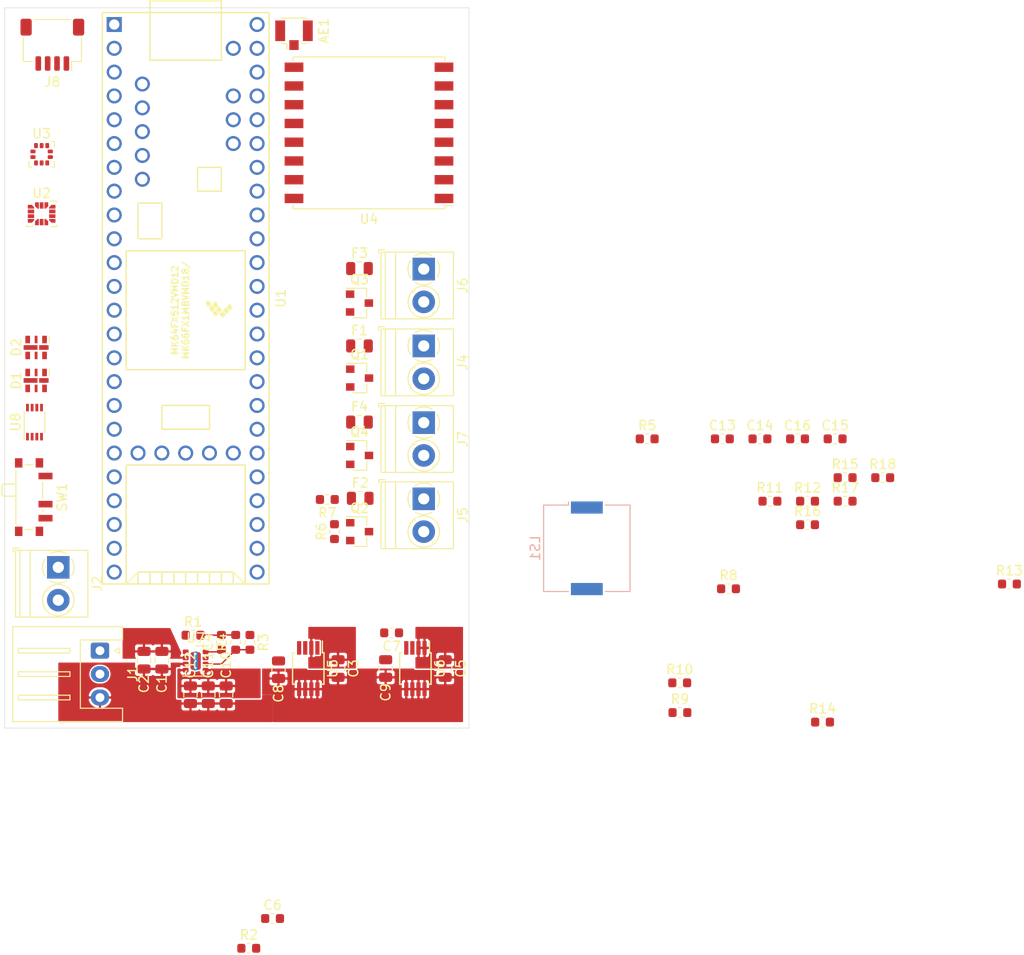
<source format=kicad_pcb>
(kicad_pcb (version 20171130) (host pcbnew "(5.1.0)-1")
  (layers (0 F.Cu signal) (31 B.Cu signal) (34 B.Paste user) (35 F.Paste user) (36 B.SilkS user) (37 F.SilkS user) (38 B.Mask user) (39 F.Mask user) (44 Edge.Cuts user))
  (net 0 "")
  (net 1 GND)
  (net 2 +BATT)
  (net 3 "Net-(C4-Pad1)")
  (net 4 "Net-(C6-Pad1)")
  (net 5 "Net-(C7-Pad1)")
  (net 6 /3V3_AUX)
  (net 7 +3V3)
  (net 8 /5V_SERVO)
  (net 9 "Net-(D1-Pad4)")
  (net 10 "Net-(D1-Pad5)")
  (net 11 "Net-(D1-Pad3)")
  (net 12 "Net-(D1-Pad2)")
  (net 13 "Net-(F1-Pad2)")
  (net 14 "Net-(F2-Pad2)")
  (net 15 "Net-(F3-Pad2)")
  (net 16 "Net-(F4-Pad2)")
  (net 17 "Net-(J2-Pad2)")
  (net 18 "Net-(J4-Pad2)")
  (net 19 "Net-(J5-Pad2)")
  (net 20 "Net-(J6-Pad2)")
  (net 21 "Net-(J7-Pad2)")
  (net 22 /5V_EN)
  (net 23 /3V3_AUX_EN)
  (net 24 "Net-(R3-Pad2)")
  (net 25 "Net-(AE1-Pad1)")
  (net 26 /BEEPER)
  (net 27 /PYRO1_EN)
  (net 28 /PYRO3_EN)
  (net 29 /PYRO2_EN)
  (net 30 /PYRO4_EN)
  (net 31 /BMP_INT)
  (net 32 /PYRO1_SENSE)
  (net 33 /PYRO3_SENSE)
  (net 34 /PYRO2_SENSE)
  (net 35 /PYRO4_SENSE)
  (net 36 /IMU_INT2)
  (net 37 /IMU_INT1)
  (net 38 /RXD_GPS)
  (net 39 /TXD_GPS)
  (net 40 /CS_RF)
  (net 41 /MOSI_0)
  (net 42 /RF_DIO5)
  (net 43 /RF_DIO4)
  (net 44 /RF_DIO3)
  (net 45 /MISO_0)
  (net 46 /RF_DIO0)
  (net 47 /RF_DIO2)
  (net 48 /RF_DIO1)
  (net 49 "Net-(J1-Pad1)")
  (module TerminalBlock_Phoenix:TerminalBlock_Phoenix_PT-1,5-2-3.5-H_1x02_P3.50mm_Horizontal (layer F.Cu) (at 242.824 101.402 270)
    (fp_text reference J7 (at 1.75 -4.16 270) (layer F.SilkS))
    (fp_text value PYRO4)
    (pad 2 thru_hole circle (at 3.5 0 270) (size 2.4 2.4) (drill 1.2) (layers *.Cu *.Mask) (net 21 "Net-(J7-Pad2)"))
    (pad 1 thru_hole rect (at 0 0 270) (size 2.4 2.4) (drill 1.2) (layers *.Cu *.Mask) (net 16 "Net-(F4-Pad2)"))
  )
  (module TerminalBlock_Phoenix:TerminalBlock_Phoenix_PT-1,5-2-3.5-H_1x02_P3.50mm_Horizontal (layer F.Cu) (at 242.824 85.019 270)
    (fp_text reference J6 (at 1.75 -4.16 270) (layer F.SilkS))
    (fp_text value PYRO2)
    (pad 2 thru_hole circle (at 3.5 0 270) (size 2.4 2.4) (drill 1.2) (layers *.Cu *.Mask) (net 20 "Net-(J6-Pad2)"))
    (pad 1 thru_hole rect (at 0 0 270) (size 2.4 2.4) (drill 1.2) (layers *.Cu *.Mask) (net 15 "Net-(F3-Pad2)"))
  )
  (module TerminalBlock_Phoenix:TerminalBlock_Phoenix_PT-1,5-2-3.5-H_1x02_P3.50mm_Horizontal (layer F.Cu) (at 242.824 109.53 270)
    (fp_text reference J5 (at 1.75 -4.16 270) (layer F.SilkS))
    (fp_text value PYRO3)
    (pad 2 thru_hole circle (at 3.5 0 270) (size 2.4 2.4) (drill 1.2) (layers *.Cu *.Mask) (net 19 "Net-(J5-Pad2)"))
    (pad 1 thru_hole rect (at 0 0 270) (size 2.4 2.4) (drill 1.2) (layers *.Cu *.Mask) (net 14 "Net-(F2-Pad2)"))
  )
  (module TerminalBlock_Phoenix:TerminalBlock_Phoenix_PT-1,5-2-3.5-H_1x02_P3.50mm_Horizontal (layer F.Cu) (at 242.824 93.218 270)
    (fp_text reference J4 (at 1.75 -4.16 270) (layer F.SilkS))
    (fp_text value PYRO1)
    (pad 2 thru_hole circle (at 3.5 0 270) (size 2.4 2.4) (drill 1.2) (layers *.Cu *.Mask) (net 18 "Net-(J4-Pad2)"))
    (pad 1 thru_hole rect (at 0 0 270) (size 2.4 2.4) (drill 1.2) (layers *.Cu *.Mask) (net 13 "Net-(F1-Pad2)"))
  )
  (module TerminalBlock_Phoenix:TerminalBlock_Phoenix_PT-1,5-2-3.5-H_1x02_P3.50mm_Horizontal (layer F.Cu) (at 203.835 116.84 270)
    (fp_text reference J2 (at 1.75 -4.16 270) (layer F.SilkS))
    (fp_text value EXT_SW)
    (pad 2 thru_hole circle (at 3.5 0 270) (size 2.4 2.4) (drill 1.2) (layers *.Cu *.Mask) (net 17 "Net-(J2-Pad2)"))
    (pad 1 thru_hole rect (at 0 0 270) (size 2.4 2.4) (drill 1.2) (layers *.Cu *.Mask) (net 49 "Net-(J1-Pad1)"))
  )
  (module footprints:Teensy35_36 (layer F.Cu) (at 217.424 88.138 270)
    (fp_text reference U1 (at 0 -10.16 270) (layer F.SilkS))
    (fp_text value TEENSY3.6)
    (fp_text user MK64FX512VMD12 (at 1.27 1.143 270) (layer F.SilkS) (effects (font (size 0.7 0.7))))
    (fp_text user MK66FX1MBVMD18/ (at 1.27 0 270) (layer F.SilkS) (effects (font (size 0.7 0.7))))
    (pad 62 thru_hole circle (at -12.7 4.62 270) (size 1.6 1.6) (drill 1.1) (layers *.Cu *.Mask))
    (pad 61 thru_hole circle (at -15.24 4.62 270) (size 1.6 1.6) (drill 1.1) (layers *.Cu *.Mask))
    (pad 60 thru_hole circle (at -17.78 4.62 270) (size 1.6 1.6) (drill 1.1) (layers *.Cu *.Mask))
    (pad 59 thru_hole circle (at -20.32 4.62 270) (size 1.6 1.6) (drill 1.1) (layers *.Cu *.Mask))
    (pad 58 thru_hole circle (at -22.86 4.62 270) (size 1.6 1.6) (drill 1.1) (layers *.Cu *.Mask))
    (pad 57 thru_hole circle (at -16.51 -5.08 270) (size 1.6 1.6) (drill 1.1) (layers *.Cu *.Mask))
    (pad 56 thru_hole circle (at -19.05 -5.08 270) (size 1.6 1.6) (drill 1.1) (layers *.Cu *.Mask))
    (pad 55 thru_hole circle (at -21.59 -5.08 270) (size 1.6 1.6) (drill 1.1) (layers *.Cu *.Mask))
    (pad 54 thru_hole circle (at -26.67 -5.08 270) (size 1.6 1.6) (drill 1.1) (layers *.Cu *.Mask))
    (pad 53 thru_hole circle (at -29.21 -7.62 270) (size 1.6 1.6) (drill 1.1) (layers *.Cu *.Mask))
    (pad 52 thru_hole circle (at -26.67 -7.62 270) (size 1.6 1.6) (drill 1.1) (layers *.Cu *.Mask))
    (pad 51 thru_hole circle (at -24.13 -7.62 270) (size 1.6 1.6) (drill 1.1) (layers *.Cu *.Mask))
    (pad 50 thru_hole circle (at -21.59 -7.62 270) (size 1.6 1.6) (drill 1.1) (layers *.Cu *.Mask))
    (pad 49 thru_hole circle (at -19.05 -7.62 270) (size 1.6 1.6) (drill 1.1) (layers *.Cu *.Mask))
    (pad 48 thru_hole circle (at -16.51 -7.62 270) (size 1.6 1.6) (drill 1.1) (layers *.Cu *.Mask) (net 37 /IMU_INT1))
    (pad 47 thru_hole circle (at -13.97 -7.62 270) (size 1.6 1.6) (drill 1.1) (layers *.Cu *.Mask) (net 36 /IMU_INT2))
    (pad 46 thru_hole circle (at -11.43 -7.62 270) (size 1.6 1.6) (drill 1.1) (layers *.Cu *.Mask))
    (pad 45 thru_hole circle (at -8.89 -7.62 270) (size 1.6 1.6) (drill 1.1) (layers *.Cu *.Mask))
    (pad 44 thru_hole circle (at -6.35 -7.62 270) (size 1.6 1.6) (drill 1.1) (layers *.Cu *.Mask) (net 32 /PYRO1_SENSE))
    (pad 43 thru_hole circle (at -3.81 -7.62 270) (size 1.6 1.6) (drill 1.1) (layers *.Cu *.Mask) (net 34 /PYRO2_SENSE))
    (pad 42 thru_hole circle (at -1.27 -7.62 270) (size 1.6 1.6) (drill 1.1) (layers *.Cu *.Mask) (net 33 /PYRO3_SENSE))
    (pad 41 thru_hole circle (at 1.27 -7.62 270) (size 1.6 1.6) (drill 1.1) (layers *.Cu *.Mask) (net 35 /PYRO4_SENSE))
    (pad 40 thru_hole circle (at 3.81 -7.62 270) (size 1.6 1.6) (drill 1.1) (layers *.Cu *.Mask))
    (pad 39 thru_hole circle (at 6.35 -7.62 270) (size 1.6 1.6) (drill 1.1) (layers *.Cu *.Mask))
    (pad 38 thru_hole circle (at 8.89 -7.62 270) (size 1.6 1.6) (drill 1.1) (layers *.Cu *.Mask))
    (pad 1 thru_hole rect (at -29.21 7.62 270) (size 1.6 1.6) (drill 1.1) (layers *.Cu *.Mask))
    (pad 2 thru_hole circle (at -26.67 7.62 270) (size 1.6 1.6) (drill 1.1) (layers *.Cu *.Mask) (net 27 /PYRO1_EN))
    (pad 3 thru_hole circle (at -24.13 7.62 270) (size 1.6 1.6) (drill 1.1) (layers *.Cu *.Mask) (net 29 /PYRO2_EN))
    (pad 4 thru_hole circle (at -21.59 7.62 270) (size 1.6 1.6) (drill 1.1) (layers *.Cu *.Mask) (net 28 /PYRO3_EN))
    (pad 5 thru_hole circle (at -19.05 7.62 270) (size 1.6 1.6) (drill 1.1) (layers *.Cu *.Mask) (net 30 /PYRO4_EN))
    (pad 6 thru_hole circle (at -16.51 7.62 270) (size 1.6 1.6) (drill 1.1) (layers *.Cu *.Mask))
    (pad 7 thru_hole circle (at -13.97 7.62 270) (size 1.6 1.6) (drill 1.1) (layers *.Cu *.Mask))
    (pad 8 thru_hole circle (at -11.43 7.62 270) (size 1.6 1.6) (drill 1.1) (layers *.Cu *.Mask))
    (pad 9 thru_hole circle (at -8.89 7.62 270) (size 1.6 1.6) (drill 1.1) (layers *.Cu *.Mask))
    (pad 10 thru_hole circle (at -6.35 7.62 270) (size 1.6 1.6) (drill 1.1) (layers *.Cu *.Mask))
    (pad 11 thru_hole circle (at -3.81 7.62 270) (size 1.6 1.6) (drill 1.1) (layers *.Cu *.Mask))
    (pad 12 thru_hole circle (at -1.27 7.62 270) (size 1.6 1.6) (drill 1.1) (layers *.Cu *.Mask) (net 40 /CS_RF))
    (pad 13 thru_hole circle (at 1.27 7.62 270) (size 1.6 1.6) (drill 1.1) (layers *.Cu *.Mask) (net 41 /MOSI_0))
    (pad 37 thru_hole circle (at 11.43 -7.62 270) (size 1.6 1.6) (drill 1.1) (layers *.Cu *.Mask))
    (pad 36 thru_hole circle (at 13.97 -7.62 270) (size 1.6 1.6) (drill 1.1) (layers *.Cu *.Mask) (net 31 /BMP_INT))
    (pad 35 thru_hole circle (at 16.51 -7.62 270) (size 1.6 1.6) (drill 1.1) (layers *.Cu *.Mask))
    (pad 34 thru_hole circle (at 19.05 -7.62 270) (size 1.6 1.6) (drill 1.1) (layers *.Cu *.Mask))
    (pad 33 thru_hole circle (at 21.59 -7.62 270) (size 1.6 1.6) (drill 1.1) (layers *.Cu *.Mask))
    (pad 32 thru_hole circle (at 24.13 -7.62 270) (size 1.6 1.6) (drill 1.1) (layers *.Cu *.Mask))
    (pad 31 thru_hole circle (at 26.67 -7.62 270) (size 1.6 1.6) (drill 1.1) (layers *.Cu *.Mask))
    (pad 30 thru_hole circle (at 29.21 -7.62 270) (size 1.6 1.6) (drill 1.1) (layers *.Cu *.Mask))
    (pad 29 thru_hole circle (at 16.51 -5.08 270) (size 1.6 1.6) (drill 1.1) (layers *.Cu *.Mask))
    (pad 28 thru_hole circle (at 16.51 -2.54 270) (size 1.6 1.6) (drill 1.1) (layers *.Cu *.Mask))
    (pad 27 thru_hole circle (at 16.51 0 270) (size 1.6 1.6) (drill 1.1) (layers *.Cu *.Mask))
    (pad 26 thru_hole circle (at 16.51 2.54 270) (size 1.6 1.6) (drill 1.1) (layers *.Cu *.Mask))
    (pad 25 thru_hole circle (at 16.51 5.08 270) (size 1.6 1.6) (drill 1.1) (layers *.Cu *.Mask))
    (pad 24 thru_hole circle (at 29.21 7.62 270) (size 1.6 1.6) (drill 1.1) (layers *.Cu *.Mask))
    (pad 23 thru_hole circle (at 26.67 7.62 270) (size 1.6 1.6) (drill 1.1) (layers *.Cu *.Mask) (net 42 /RF_DIO5))
    (pad 22 thru_hole circle (at 24.13 7.62 270) (size 1.6 1.6) (drill 1.1) (layers *.Cu *.Mask) (net 43 /RF_DIO4))
    (pad 21 thru_hole circle (at 21.59 7.62 270) (size 1.6 1.6) (drill 1.1) (layers *.Cu *.Mask) (net 44 /RF_DIO3))
    (pad 14 thru_hole circle (at 3.81 7.62 270) (size 1.6 1.6) (drill 1.1) (layers *.Cu *.Mask) (net 45 /MISO_0))
    (pad 15 thru_hole circle (at 6.35 7.62 270) (size 1.6 1.6) (drill 1.1) (layers *.Cu *.Mask))
    (pad 16 thru_hole circle (at 8.89 7.62 270) (size 1.6 1.6) (drill 1.1) (layers *.Cu *.Mask) (net 46 /RF_DIO0))
    (pad 20 thru_hole circle (at 19.05 7.62 270) (size 1.6 1.6) (drill 1.1) (layers *.Cu *.Mask) (net 47 /RF_DIO2))
    (pad 19 thru_hole circle (at 16.51 7.62 270) (size 1.6 1.6) (drill 1.1) (layers *.Cu *.Mask) (net 38 /RXD_GPS))
    (pad 18 thru_hole circle (at 13.97 7.62 270) (size 1.6 1.6) (drill 1.1) (layers *.Cu *.Mask) (net 39 /TXD_GPS))
    (pad 17 thru_hole circle (at 11.43 7.62 270) (size 1.6 1.6) (drill 1.1) (layers *.Cu *.Mask) (net 48 /RF_DIO1))
  )
  (module Package_LGA:LGA-14_3x2.5mm_P0.5mm_LayoutBorder3x4y (layer F.Cu) (at 202.057 79.121)
    (fp_text reference U2 (at 0 -2.2) (layer F.SilkS))
    (fp_text value ISM330DLC)
    (pad 14 smd custom (at -0.5 -0.8875) (size 0.4 0.4) (layers F.Cu F.Paste F.Mask) (options (clearance outline) (anchor circle)) (primitives (gr_poly (pts (xy -0.2 -0.3375) (xy 0.2 -0.3375) (xy 0.2 0.3375) (xy 0.05 0.3375) (xy -0.2 0.0875)) (width 0))))
    (pad 13 smd rect (at 0 -0.8875) (size 0.4 0.675) (layers F.Cu F.Paste F.Mask))
    (pad 12 smd custom (at 0.5 -0.8875) (size 0.4 0.4) (layers F.Cu F.Paste F.Mask) (options (clearance outline) (anchor circle)) (primitives (gr_poly (pts (xy -0.2 -0.3375) (xy 0.2 -0.3375) (xy 0.2 0.0875) (xy -0.05 0.3375) (xy -0.2 0.3375)) (width 0))))
    (pad 11 smd custom (at 1.1375 -0.75) (size 0.4 0.4) (layers F.Cu F.Paste F.Mask) (options (clearance outline) (anchor circle)) (primitives (gr_poly (pts (xy -0.3375 0.05) (xy -0.0875 -0.2) (xy 0.3375 -0.2) (xy 0.3375 0.2) (xy -0.3375 0.2)) (width 0))))
    (pad 10 smd rect (at 1.1375 -0.25) (size 0.675 0.4) (layers F.Cu F.Paste F.Mask))
    (pad 9 smd rect (at 1.1375 0.25) (size 0.675 0.4) (layers F.Cu F.Paste F.Mask) (net 36 /IMU_INT2))
    (pad 8 smd custom (at 1.1375 0.75) (size 0.4 0.4) (layers F.Cu F.Paste F.Mask) (net 6 /3V3_AUX) (options (clearance outline) (anchor circle)) (primitives (gr_poly (pts (xy -0.3375 -0.2) (xy 0.3375 -0.2) (xy 0.3375 0.2) (xy -0.0875 0.2) (xy -0.3375 -0.05)) (width 0))))
    (pad 7 smd custom (at 0.5 0.8875) (size 0.4 0.4) (layers F.Cu F.Paste F.Mask) (net 1 GND) (options (clearance outline) (anchor circle)) (primitives (gr_poly (pts (xy -0.2 -0.3375) (xy -0.05 -0.3375) (xy 0.2 -0.0875) (xy 0.2 0.3375) (xy -0.2 0.3375)) (width 0))))
    (pad 6 smd rect (at 0 0.8875) (size 0.4 0.675) (layers F.Cu F.Paste F.Mask) (net 1 GND))
    (pad 5 smd custom (at -0.5 0.8875) (size 0.4 0.4) (layers F.Cu F.Paste F.Mask) (net 6 /3V3_AUX) (options (clearance outline) (anchor circle)) (primitives (gr_poly (pts (xy -0.2 -0.0875) (xy 0.05 -0.3375) (xy 0.2 -0.3375) (xy 0.2 0.3375) (xy -0.2 0.3375)) (width 0))))
    (pad 4 smd custom (at -1.1375 0.75) (size 0.4 0.4) (layers F.Cu F.Paste F.Mask) (net 37 /IMU_INT1) (options (clearance outline) (anchor circle)) (primitives (gr_poly (pts (xy -0.3375 -0.2) (xy 0.3375 -0.2) (xy 0.3375 -0.05) (xy 0.0875 0.2) (xy -0.3375 0.2)) (width 0))))
    (pad 3 smd rect (at -1.1375 0.25) (size 0.675 0.4) (layers F.Cu F.Paste F.Mask))
    (pad 2 smd rect (at -1.1375 -0.25) (size 0.675 0.4) (layers F.Cu F.Paste F.Mask))
    (pad 1 smd custom (at -1.1375 -0.75) (size 0.4 0.4) (layers F.Cu F.Paste F.Mask) (options (clearance outline) (anchor circle)) (primitives (gr_poly (pts (xy -0.3375 -0.2) (xy 0.0875 -0.2) (xy 0.3375 0.05) (xy 0.3375 0.2) (xy -0.3375 0.2)) (width 0))))
  )
  (module Resistor_SMD:R_0603_1608Metric (layer F.Cu) (at 291.787 107.272)
    (fp_text reference R18 (at 0 -1.43) (layer F.SilkS))
    (fp_text value 100K)
    (pad 2 smd roundrect (at 0.7875 0) (size 0.875 0.95) (layers F.Cu F.Paste F.Mask) (net 1 GND))
    (pad 1 smd roundrect (at -0.7875 0) (size 0.875 0.95) (layers F.Cu F.Paste F.Mask) (net 35 /PYRO4_SENSE))
  )
  (module Resistor_SMD:R_0603_1608Metric (layer F.Cu) (at 287.777 109.782)
    (fp_text reference R17 (at 0 -1.43) (layer F.SilkS))
    (fp_text value 300K)
    (pad 2 smd roundrect (at 0.7875 0) (size 0.875 0.95) (layers F.Cu F.Paste F.Mask) (net 35 /PYRO4_SENSE))
    (pad 1 smd roundrect (at -0.7875 0) (size 0.875 0.95) (layers F.Cu F.Paste F.Mask) (net 21 "Net-(J7-Pad2)"))
  )
  (module Resistor_SMD:R_0603_1608Metric (layer F.Cu) (at 283.767 112.292)
    (fp_text reference R16 (at 0 -1.43) (layer F.SilkS))
    (fp_text value 100K)
    (pad 2 smd roundrect (at 0.7875 0) (size 0.875 0.95) (layers F.Cu F.Paste F.Mask) (net 1 GND))
    (pad 1 smd roundrect (at -0.7875 0) (size 0.875 0.95) (layers F.Cu F.Paste F.Mask) (net 34 /PYRO2_SENSE))
  )
  (module Resistor_SMD:R_0603_1608Metric (layer F.Cu) (at 287.777 107.272)
    (fp_text reference R15 (at 0 -1.43) (layer F.SilkS))
    (fp_text value 300K)
    (pad 2 smd roundrect (at 0.7875 0) (size 0.875 0.95) (layers F.Cu F.Paste F.Mask) (net 34 /PYRO2_SENSE))
    (pad 1 smd roundrect (at -0.7875 0) (size 0.875 0.95) (layers F.Cu F.Paste F.Mask) (net 20 "Net-(J6-Pad2)"))
  )
  (module Resistor_SMD:R_0603_1608Metric (layer F.Cu) (at 285.369 133.35)
    (fp_text reference R14 (at 0 -1.43) (layer F.SilkS))
    (fp_text value 10K)
    (pad 2 smd roundrect (at 0.7875 0) (size 0.875 0.95) (layers F.Cu F.Paste F.Mask) (net 1 GND))
    (pad 1 smd roundrect (at -0.7875 0) (size 0.875 0.95) (layers F.Cu F.Paste F.Mask) (net 30 /PYRO4_EN))
  )
  (module Resistor_SMD:R_0603_1608Metric (layer F.Cu) (at 305.308 118.618)
    (fp_text reference R13 (at 0 -1.43) (layer F.SilkS))
    (fp_text value 10K)
    (pad 2 smd roundrect (at 0.7875 0) (size 0.875 0.95) (layers F.Cu F.Paste F.Mask) (net 1 GND))
    (pad 1 smd roundrect (at -0.7875 0) (size 0.875 0.95) (layers F.Cu F.Paste F.Mask) (net 29 /PYRO2_EN))
  )
  (module Resistor_SMD:R_0603_1608Metric (layer F.Cu) (at 283.767 109.782)
    (fp_text reference R12 (at 0 -1.43) (layer F.SilkS))
    (fp_text value 100K)
    (pad 2 smd roundrect (at 0.7875 0) (size 0.875 0.95) (layers F.Cu F.Paste F.Mask) (net 1 GND))
    (pad 1 smd roundrect (at -0.7875 0) (size 0.875 0.95) (layers F.Cu F.Paste F.Mask) (net 33 /PYRO3_SENSE))
  )
  (module Resistor_SMD:R_0603_1608Metric (layer F.Cu) (at 279.757 109.782)
    (fp_text reference R11 (at 0 -1.43) (layer F.SilkS))
    (fp_text value 300K)
    (pad 2 smd roundrect (at 0.7875 0) (size 0.875 0.95) (layers F.Cu F.Paste F.Mask) (net 33 /PYRO3_SENSE))
    (pad 1 smd roundrect (at -0.7875 0) (size 0.875 0.95) (layers F.Cu F.Paste F.Mask) (net 19 "Net-(J5-Pad2)"))
  )
  (module Resistor_SMD:R_0603_1608Metric (layer F.Cu) (at 270.129 129.159)
    (fp_text reference R10 (at 0 -1.43) (layer F.SilkS))
    (fp_text value 100K)
    (pad 2 smd roundrect (at 0.7875 0) (size 0.875 0.95) (layers F.Cu F.Paste F.Mask) (net 1 GND))
    (pad 1 smd roundrect (at -0.7875 0) (size 0.875 0.95) (layers F.Cu F.Paste F.Mask) (net 32 /PYRO1_SENSE))
  )
  (module Resistor_SMD:R_0603_1608Metric (layer F.Cu) (at 270.1545 132.334)
    (fp_text reference R9 (at 0 -1.43) (layer F.SilkS))
    (fp_text value 300K)
    (pad 2 smd roundrect (at 0.7875 0) (size 0.875 0.95) (layers F.Cu F.Paste F.Mask) (net 32 /PYRO1_SENSE))
    (pad 1 smd roundrect (at -0.7875 0) (size 0.875 0.95) (layers F.Cu F.Paste F.Mask) (net 18 "Net-(J4-Pad2)"))
  )
  (module Resistor_SMD:R_0603_1608Metric (layer F.Cu) (at 275.336 119.126)
    (fp_text reference R8 (at 0 -1.43) (layer F.SilkS))
    (fp_text value 10K)
    (pad 2 smd roundrect (at 0.7875 0) (size 0.875 0.95) (layers F.Cu F.Paste F.Mask) (net 1 GND))
    (pad 1 smd roundrect (at -0.7875 0) (size 0.875 0.95) (layers F.Cu F.Paste F.Mask) (net 27 /PYRO1_EN))
  )
  (module Resistor_SMD:R_0603_1608Metric (layer F.Cu) (at 232.537 109.601 180)
    (fp_text reference R7 (at 0 -1.43 180) (layer F.SilkS))
    (fp_text value 10K)
    (pad 2 smd roundrect (at 0.7875 0 180) (size 0.875 0.95) (layers F.Cu F.Paste F.Mask) (net 31 /BMP_INT))
    (pad 1 smd roundrect (at -0.7875 0 180) (size 0.875 0.95) (layers F.Cu F.Paste F.Mask) (net 6 /3V3_AUX))
  )
  (module Resistor_SMD:R_0603_1608Metric (layer F.Cu) (at 266.662 103.132)
    (fp_text reference R5 (at 0 -1.43) (layer F.SilkS))
    (fp_text value 1K)
    (pad 2 smd roundrect (at 0.7875 0) (size 0.875 0.95) (layers F.Cu F.Paste F.Mask) (net 1 GND))
    (pad 1 smd roundrect (at -0.7875 0) (size 0.875 0.95) (layers F.Cu F.Paste F.Mask) (net 26 /BEEPER))
  )
  (module Package_TO_SOT_SMD:SOT-23 (layer F.Cu) (at 235.982 104.902)
    (fp_text reference Q4 (at 0 -2.5) (layer F.SilkS))
    (fp_text value "NTR4501NT1G ")
    (pad 3 smd rect (at 1 0) (size 0.9 0.8) (layers F.Cu F.Paste F.Mask) (net 21 "Net-(J7-Pad2)"))
    (pad 2 smd rect (at -1 0.95) (size 0.9 0.8) (layers F.Cu F.Paste F.Mask) (net 1 GND))
    (pad 1 smd rect (at -1 -0.95) (size 0.9 0.8) (layers F.Cu F.Paste F.Mask) (net 30 /PYRO4_EN))
  )
  (module Package_TO_SOT_SMD:SOT-23 (layer F.Cu) (at 235.966 88.646)
    (fp_text reference Q3 (at 0 -2.5) (layer F.SilkS))
    (fp_text value "NTR4501NT1G ")
    (pad 3 smd rect (at 1 0) (size 0.9 0.8) (layers F.Cu F.Paste F.Mask) (net 20 "Net-(J6-Pad2)"))
    (pad 2 smd rect (at -1 0.95) (size 0.9 0.8) (layers F.Cu F.Paste F.Mask) (net 1 GND))
    (pad 1 smd rect (at -1 -0.95) (size 0.9 0.8) (layers F.Cu F.Paste F.Mask) (net 29 /PYRO2_EN))
  )
  (module Package_TO_SOT_SMD:SOT-23 (layer F.Cu) (at 235.982 96.647)
    (fp_text reference Q1 (at 0 -2.5) (layer F.SilkS))
    (fp_text value "NTR4501NT1G ")
    (pad 3 smd rect (at 1 0) (size 0.9 0.8) (layers F.Cu F.Paste F.Mask) (net 18 "Net-(J4-Pad2)"))
    (pad 2 smd rect (at -1 0.95) (size 0.9 0.8) (layers F.Cu F.Paste F.Mask) (net 1 GND))
    (pad 1 smd rect (at -1 -0.95) (size 0.9 0.8) (layers F.Cu F.Paste F.Mask) (net 27 /PYRO1_EN))
  )
  (module Fuse:Fuse_0805_2012Metric (layer F.Cu) (at 235.966 101.346)
    (fp_text reference F4 (at 0 -1.65) (layer F.SilkS))
    (fp_text value Polyfuse)
    (pad 2 smd roundrect (at 0.9375 0) (size 0.975 1.4) (layers F.Cu F.Paste F.Mask) (net 16 "Net-(F4-Pad2)"))
    (pad 1 smd roundrect (at -0.9375 0) (size 0.975 1.4) (layers F.Cu F.Paste F.Mask) (net 2 +BATT))
  )
  (module Fuse:Fuse_0805_2012Metric (layer F.Cu) (at 235.966 84.963)
    (fp_text reference F3 (at 0 -1.65) (layer F.SilkS))
    (fp_text value Polyfuse)
    (pad 2 smd roundrect (at 0.9375 0) (size 0.975 1.4) (layers F.Cu F.Paste F.Mask) (net 15 "Net-(F3-Pad2)"))
    (pad 1 smd roundrect (at -0.9375 0) (size 0.975 1.4) (layers F.Cu F.Paste F.Mask) (net 2 +BATT))
  )
  (module Fuse:Fuse_0805_2012Metric (layer F.Cu) (at 235.966 93.218)
    (fp_text reference F1 (at 0 -1.65) (layer F.SilkS))
    (fp_text value Polyfuse)
    (pad 2 smd roundrect (at 0.9375 0) (size 0.975 1.4) (layers F.Cu F.Paste F.Mask) (net 13 "Net-(F1-Pad2)"))
    (pad 1 smd roundrect (at -0.9375 0) (size 0.975 1.4) (layers F.Cu F.Paste F.Mask) (net 2 +BATT))
  )
  (module Capacitor_SMD:C_0603_1608Metric (layer F.Cu) (at 282.702 103.132)
    (fp_text reference C16 (at 0 -1.43) (layer F.SilkS))
    (fp_text value 1uF)
    (pad 2 smd roundrect (at 0.7875 0) (size 0.875 0.95) (layers F.Cu F.Paste F.Mask) (net 1 GND))
    (pad 1 smd roundrect (at -0.7875 0) (size 0.875 0.95) (layers F.Cu F.Paste F.Mask) (net 6 /3V3_AUX))
  )
  (module Capacitor_SMD:C_0603_1608Metric (layer F.Cu) (at 286.712 103.132)
    (fp_text reference C15 (at 0 -1.43) (layer F.SilkS))
    (fp_text value 100nF)
    (pad 2 smd roundrect (at 0.7875 0) (size 0.875 0.95) (layers F.Cu F.Paste F.Mask) (net 1 GND))
    (pad 1 smd roundrect (at -0.7875 0) (size 0.875 0.95) (layers F.Cu F.Paste F.Mask) (net 6 /3V3_AUX))
  )
  (module Capacitor_SMD:C_0603_1608Metric (layer F.Cu) (at 278.692 103.132)
    (fp_text reference C14 (at 0 -1.43) (layer F.SilkS))
    (fp_text value 1uF)
    (pad 2 smd roundrect (at 0.7875 0) (size 0.875 0.95) (layers F.Cu F.Paste F.Mask) (net 1 GND))
    (pad 1 smd roundrect (at -0.7875 0) (size 0.875 0.95) (layers F.Cu F.Paste F.Mask) (net 6 /3V3_AUX))
  )
  (module Capacitor_SMD:C_0603_1608Metric (layer F.Cu) (at 274.682 103.132)
    (fp_text reference C13 (at 0 -1.43) (layer F.SilkS))
    (fp_text value 100nF)
    (pad 2 smd roundrect (at 0.7875 0) (size 0.875 0.95) (layers F.Cu F.Paste F.Mask) (net 1 GND))
    (pad 1 smd roundrect (at -0.7875 0) (size 0.875 0.95) (layers F.Cu F.Paste F.Mask) (net 6 /3V3_AUX))
  )
  (module Connector_Coaxial:U.FL_Hirose_U.FL-R-SMT-1_Vertical (layer F.Cu) (at 228.981 60.071 90)
    (fp_text reference AE1 (at 0.475 3.175 90) (layer F.SilkS))
    (fp_text value Antenna_Shield)
    (pad 2 smd rect (at 0.475 -1.475 90) (size 2.2 1.05) (layers F.Cu F.Paste F.Mask) (net 1 GND))
    (pad 1 smd rect (at -1.05 0 90) (size 1.05 1) (layers F.Cu F.Paste F.Mask) (net 25 "Net-(AE1-Pad1)"))
    (pad 2 smd rect (at 0.475 1.475 90) (size 2.2 1.05) (layers F.Cu F.Paste F.Mask) (net 1 GND))
  )
  (module Connector_JST:JST_SH_SM04B-SRSS-TB_1x04-1MP_P1.00mm_Horizontal (layer F.Cu) (at 203.2 61.087 180)
    (fp_text reference J8 (at 0 -3.98 180) (layer F.SilkS))
    (fp_text value Conn_01x04)
    (pad MP smd roundrect (at 2.8 1.875 180) (size 1.2 1.8) (layers F.Cu F.Paste F.Mask) (roundrect_rratio 0.208333))
    (pad MP smd roundrect (at -2.8 1.875 180) (size 1.2 1.8) (layers F.Cu F.Paste F.Mask) (roundrect_rratio 0.208333))
    (pad 4 smd roundrect (at 1.5 -2 180) (size 0.6 1.55) (layers F.Cu F.Paste F.Mask) (net 1 GND))
    (pad 3 smd roundrect (at 0.5 -2 180) (size 0.6 1.55) (layers F.Cu F.Paste F.Mask) (net 38 /RXD_GPS))
    (pad 2 smd roundrect (at -0.5 -2 180) (size 0.6 1.55) (layers F.Cu F.Paste F.Mask) (net 39 /TXD_GPS))
    (pad 1 smd roundrect (at -1.5 -2 180) (size 0.6 1.55) (layers F.Cu F.Paste F.Mask) (net 7 +3V3))
  )
  (module Package_SO:VSSOP-8_2.3x2mm_P0.5mm (layer F.Cu) (at 201.295 101.346 90)
    (fp_text reference U8 (at 0 -2 90) (layer F.SilkS))
    (fp_text value 74LVC2T45DC)
    (pad 8 smd rect (at 1.55 -0.75) (size 0.3 0.8) (layers F.Cu F.Paste F.Mask) (net 8 /5V_SERVO))
    (pad 7 smd rect (at 1.55 -0.25) (size 0.3 0.8) (layers F.Cu F.Paste F.Mask) (net 9 "Net-(D1-Pad4)"))
    (pad 6 smd rect (at 1.55 0.25) (size 0.3 0.8) (layers F.Cu F.Paste F.Mask) (net 10 "Net-(D1-Pad5)"))
    (pad 5 smd rect (at 1.55 0.75) (size 0.3 0.8) (layers F.Cu F.Paste F.Mask))
    (pad 4 smd rect (at -1.55 0.75) (size 0.3 0.8) (layers F.Cu F.Paste F.Mask) (net 1 GND))
    (pad 3 smd rect (at -1.55 0.25) (size 0.3 0.8) (layers F.Cu F.Paste F.Mask))
    (pad 2 smd rect (at -1.55 -0.25) (size 0.3 0.8) (layers F.Cu F.Paste F.Mask))
    (pad 1 smd rect (at -1.55 -0.75) (size 0.3 0.8) (layers F.Cu F.Paste F.Mask) (net 7 +3V3))
  )
  (module LED_SMD:LED-APA102-2020 (layer F.Cu) (at 201.469 93.385 270)
    (fp_text reference D2 (at 0 2.11 270) (layer F.SilkS))
    (fp_text value APA102-2020)
    (pad 6 smd rect (at 0 0.59) (size 1.48 0.5) (layers F.Cu F.Paste F.Mask) (net 1 GND))
    (pad 1 smd rect (at 0 -0.83) (size 1 0.5) (layers F.Cu F.Paste F.Mask) (net 8 /5V_SERVO))
    (pad 6 smd rect (at 0.85 -0.9 270) (size 0.8 0.5) (layers F.Cu F.Paste F.Mask) (net 1 GND))
    (pad 4 smd rect (at 0.85 0.9 270) (size 0.8 0.5) (layers F.Cu F.Paste F.Mask) (net 11 "Net-(D1-Pad3)"))
    (pad 5 smd rect (at 0.85 0 270) (size 0.8 0.3) (layers F.Cu F.Paste F.Mask) (net 12 "Net-(D1-Pad2)"))
    (pad 3 smd rect (at -0.85 0.9 270) (size 0.8 0.5) (layers F.Cu F.Paste F.Mask))
    (pad 2 smd rect (at -0.85 0 270) (size 0.8 0.3) (layers F.Cu F.Paste F.Mask))
    (pad 1 smd rect (at -0.85 -0.9 270) (size 0.8 0.5) (layers F.Cu F.Paste F.Mask) (net 8 /5V_SERVO))
  )
  (module LED_SMD:LED-APA102-2020 (layer F.Cu) (at 201.469 96.901 270)
    (fp_text reference D1 (at 0 2.11 270) (layer F.SilkS))
    (fp_text value APA102-2020)
    (pad 6 smd rect (at 0 0.59) (size 1.48 0.5) (layers F.Cu F.Paste F.Mask) (net 1 GND))
    (pad 1 smd rect (at 0 -0.83) (size 1 0.5) (layers F.Cu F.Paste F.Mask) (net 8 /5V_SERVO))
    (pad 6 smd rect (at 0.85 -0.9 270) (size 0.8 0.5) (layers F.Cu F.Paste F.Mask) (net 1 GND))
    (pad 4 smd rect (at 0.85 0.9 270) (size 0.8 0.5) (layers F.Cu F.Paste F.Mask) (net 9 "Net-(D1-Pad4)"))
    (pad 5 smd rect (at 0.85 0 270) (size 0.8 0.3) (layers F.Cu F.Paste F.Mask) (net 10 "Net-(D1-Pad5)"))
    (pad 3 smd rect (at -0.85 0.9 270) (size 0.8 0.5) (layers F.Cu F.Paste F.Mask) (net 11 "Net-(D1-Pad3)"))
    (pad 2 smd rect (at -0.85 0 270) (size 0.8 0.3) (layers F.Cu F.Paste F.Mask) (net 12 "Net-(D1-Pad2)"))
    (pad 1 smd rect (at -0.85 -0.9 270) (size 0.8 0.5) (layers F.Cu F.Paste F.Mask) (net 8 /5V_SERVO))
  )
  (module Package_LGA:Texas_SIL0008D_MicroSiP-8-1EP_2.8x3mm_P0.65mm_EP1.1x1.9mm_ThermalVias (layer F.Cu) (at 218.4865 126.832)
    (fp_text reference U7 (at 0 -2.45) (layer F.SilkS))
    (fp_text value TPS82140)
    (pad 8 smd roundrect (at 1.0625 -0.975) (size 0.625 0.5) (layers F.Cu F.Paste F.Mask) (net 3 "Net-(C4-Pad1)"))
    (pad 7 smd roundrect (at 1.0625 -0.325) (size 0.625 0.5) (layers F.Cu F.Paste F.Mask))
    (pad 6 smd roundrect (at 1.0625 0.325) (size 0.625 0.5) (layers F.Cu F.Paste F.Mask) (net 24 "Net-(R3-Pad2)"))
    (pad 5 smd roundrect (at 1.0625 0.975) (size 0.625 0.5) (layers F.Cu F.Paste F.Mask) (net 8 /5V_SERVO))
    (pad 4 smd roundrect (at -1.0625 0.975) (size 0.625 0.5) (layers F.Cu F.Paste F.Mask) (net 8 /5V_SERVO))
    (pad 3 smd roundrect (at -1.0625 0.325) (size 0.625 0.5) (layers F.Cu F.Paste F.Mask) (net 1 GND))
    (pad 2 smd roundrect (at -1.0625 -0.325) (size 0.625 0.5) (layers F.Cu F.Paste F.Mask) (net 2 +BATT))
    (pad 1 smd roundrect (at -1.0625 -0.975) (size 0.625 0.5) (layers F.Cu F.Paste F.Mask) (net 22 /5V_EN))
    (pad 9 smd roundrect (at 0 0) (size 0.5 2) (layers B.Cu) (net 1 GND))
    (pad 9 thru_hole circle (at 0 0.75) (size 0.5 0.5) (drill 0.2) (layers *.Cu) (net 1 GND))
    (pad 9 thru_hole circle (at 0 0) (size 0.5 0.5) (drill 0.2) (layers *.Cu) (net 1 GND))
    (pad 9 thru_hole circle (at 0 -0.75) (size 0.5 0.5) (drill 0.2) (layers *.Cu) (net 1 GND))
    (pad 9 smd roundrect (at 0 0) (size 1.1 1.9) (layers F.Cu F.Mask) (roundrect_rratio 0.227273) (net 1 GND))
  )
  (module Button_Switch_SMD:SW_SPDT_PCM12 (layer F.Cu) (at 201.041 109.347 270)
    (fp_text reference SW1 (at 0 -3.2 270) (layer F.SilkS))
    (fp_text value PWR)
    (pad "" smd rect (at -3.65 -0.78 270) (size 1 0.8) (layers F.Cu F.Paste F.Mask))
    (pad "" smd rect (at 3.65 -0.78 270) (size 1 0.8) (layers F.Cu F.Paste F.Mask))
    (pad "" smd rect (at 3.65 1.43 270) (size 1 0.8) (layers F.Cu F.Paste F.Mask))
    (pad "" smd rect (at -3.65 1.43 270) (size 1 0.8) (layers F.Cu F.Paste F.Mask))
    (pad 3 smd rect (at 2.25 -1.43 270) (size 0.7 1.5) (layers F.Cu F.Paste F.Mask))
    (pad 2 smd rect (at 0.75 -1.43 270) (size 0.7 1.5) (layers F.Cu F.Paste F.Mask) (net 17 "Net-(J2-Pad2)"))
    (pad 1 smd rect (at -2.25 -1.43 270) (size 0.7 1.5) (layers F.Cu F.Paste F.Mask) (net 2 +BATT))
    (pad "" np_thru_hole circle (at 1.5 0.33 270) (size 0.9 0.9) (drill 0.9) (layers *.Cu *.Mask))
    (pad "" np_thru_hole circle (at -1.5 0.33 270) (size 0.9 0.9) (drill 0.9) (layers *.Cu *.Mask))
  )
  (module Buzzer_Beeper:Buzzer_Murata_PKMCS0909E4000-R1 (layer B.Cu) (at 260.223 114.808 270)
    (fp_text reference LS1 (at 0 5.5 270) (layer B.SilkS) (effects (justify mirror)))
    (fp_text value Speaker_Crystal)
    (pad 2 smd rect (at 4.35 0 270) (size 1.3 3.4) (layers B.Cu B.Paste B.Mask) (net 1 GND))
    (pad 1 smd rect (at -4.35 0 270) (size 1.3 3.4) (layers B.Cu B.Paste B.Mask) (net 26 /BEEPER))
  )
  (module Connector_JST:JST_XH_S3B-XH-A_1x03_P2.50mm_Horizontal (layer F.Cu) (at 208.28 125.73 270)
    (fp_text reference J1 (at 2.5 -3.5 270) (layer F.SilkS))
    (fp_text value BATT)
    (pad 3 thru_hole oval (at 5 0 270) (size 1.7 1.95) (drill 0.95) (layers *.Cu *.Mask) (net 1 GND))
    (pad 2 thru_hole oval (at 2.5 0 270) (size 1.7 1.95) (drill 0.95) (layers *.Cu *.Mask))
    (pad 1 thru_hole roundrect (at 0 0 270) (size 1.7 1.95) (drill 0.95) (layers *.Cu *.Mask) (roundrect_rratio 0.147059) (net 49 "Net-(J1-Pad1)"))
  )
  (module Package_SO:MSOP-8_3x3mm_P0.65mm (layer F.Cu) (at 241.935 127.635 270)
    (fp_text reference U6 (at 0 -2.6 270) (layer F.SilkS))
    (fp_text value MIC5219-3.3YMM)
    (pad 8 smd rect (at 2.2 -0.975 270) (size 1.45 0.45) (layers F.Cu F.Paste F.Mask) (net 1 GND))
    (pad 7 smd rect (at 2.2 -0.325 270) (size 1.45 0.45) (layers F.Cu F.Paste F.Mask) (net 1 GND))
    (pad 6 smd rect (at 2.2 0.325 270) (size 1.45 0.45) (layers F.Cu F.Paste F.Mask) (net 1 GND))
    (pad 5 smd rect (at 2.2 0.975 270) (size 1.45 0.45) (layers F.Cu F.Paste F.Mask) (net 1 GND))
    (pad 4 smd rect (at -2.2 0.975 270) (size 1.45 0.45) (layers F.Cu F.Paste F.Mask) (net 5 "Net-(C7-Pad1)"))
    (pad 3 smd rect (at -2.2 0.325 270) (size 1.45 0.45) (layers F.Cu F.Paste F.Mask) (net 7 +3V3))
    (pad 2 smd rect (at -2.2 -0.325 270) (size 1.45 0.45) (layers F.Cu F.Paste F.Mask) (net 2 +BATT))
    (pad 1 smd rect (at -2.2 -0.975 270) (size 1.45 0.45) (layers F.Cu F.Paste F.Mask) (net 2 +BATT))
  )
  (module Package_SO:MSOP-8_3x3mm_P0.65mm (layer F.Cu) (at 230.505 127.635 270)
    (fp_text reference U5 (at 0 -2.6 270) (layer F.SilkS))
    (fp_text value MIC5219-3.3YMM)
    (pad 8 smd rect (at 2.2 -0.975 270) (size 1.45 0.45) (layers F.Cu F.Paste F.Mask) (net 1 GND))
    (pad 7 smd rect (at 2.2 -0.325 270) (size 1.45 0.45) (layers F.Cu F.Paste F.Mask) (net 1 GND))
    (pad 6 smd rect (at 2.2 0.325 270) (size 1.45 0.45) (layers F.Cu F.Paste F.Mask) (net 1 GND))
    (pad 5 smd rect (at 2.2 0.975 270) (size 1.45 0.45) (layers F.Cu F.Paste F.Mask) (net 1 GND))
    (pad 4 smd rect (at -2.2 0.975 270) (size 1.45 0.45) (layers F.Cu F.Paste F.Mask) (net 4 "Net-(C6-Pad1)"))
    (pad 3 smd rect (at -2.2 0.325 270) (size 1.45 0.45) (layers F.Cu F.Paste F.Mask) (net 6 /3V3_AUX))
    (pad 2 smd rect (at -2.2 -0.325 270) (size 1.45 0.45) (layers F.Cu F.Paste F.Mask) (net 2 +BATT))
    (pad 1 smd rect (at -2.2 -0.975 270) (size 1.45 0.45) (layers F.Cu F.Paste F.Mask) (net 23 /3V3_AUX_EN))
  )
  (module RF_Module:HOPERF_RFM9XW_SMD (layer F.Cu) (at 236.982 70.485 180)
    (fp_text reference U4 (at 0 -9.2 180) (layer F.SilkS))
    (fp_text value RFM96W-433S2)
    (pad 16 smd rect (at 8 -7 180) (size 2 1) (layers F.Cu F.Paste F.Mask) (net 47 /RF_DIO2))
    (pad 15 smd rect (at 8 -5 180) (size 2 1) (layers F.Cu F.Paste F.Mask) (net 48 /RF_DIO1))
    (pad 14 smd rect (at 8 -3 180) (size 2 1) (layers F.Cu F.Paste F.Mask) (net 46 /RF_DIO0))
    (pad 13 smd rect (at 8 -1 180) (size 2 1) (layers F.Cu F.Paste F.Mask) (net 7 +3V3))
    (pad 12 smd rect (at 8 1 180) (size 2 1) (layers F.Cu F.Paste F.Mask) (net 43 /RF_DIO4))
    (pad 11 smd rect (at 8 3 180) (size 2 1) (layers F.Cu F.Paste F.Mask) (net 44 /RF_DIO3))
    (pad 10 smd rect (at 8 5 180) (size 2 1) (layers F.Cu F.Paste F.Mask) (net 1 GND))
    (pad 9 smd rect (at 8 7 180) (size 2 1) (layers F.Cu F.Paste F.Mask) (net 25 "Net-(AE1-Pad1)"))
    (pad 8 smd rect (at -8 7 180) (size 2 1) (layers F.Cu F.Paste F.Mask) (net 1 GND))
    (pad 7 smd rect (at -8 5 180) (size 2 1) (layers F.Cu F.Paste F.Mask) (net 42 /RF_DIO5))
    (pad 6 smd rect (at -8 3 180) (size 2 1) (layers F.Cu F.Paste F.Mask))
    (pad 5 smd rect (at -8 1 180) (size 2 1) (layers F.Cu F.Paste F.Mask) (net 40 /CS_RF))
    (pad 4 smd rect (at -8 -1 180) (size 2 1) (layers F.Cu F.Paste F.Mask))
    (pad 3 smd rect (at -8 -3 180) (size 2 1) (layers F.Cu F.Paste F.Mask) (net 41 /MOSI_0))
    (pad 2 smd rect (at -8 -5 180) (size 2 1) (layers F.Cu F.Paste F.Mask) (net 45 /MISO_0))
    (pad 1 smd rect (at -8 -7 180) (size 2 1) (layers F.Cu F.Paste F.Mask) (net 1 GND))
  )
  (module Package_LGA:ST_HLGA-10_2.5x2.5mm_P0.6mm_LayoutBorder3x2y (layer F.Cu) (at 202.057 72.771)
    (fp_text reference U3 (at 0 -2.2) (layer F.SilkS))
    (fp_text value BMP380)
    (pad 10 smd roundrect (at -0.6 -0.925) (size 0.4 0.55) (layers F.Cu F.Paste F.Mask) (net 6 /3V3_AUX))
    (pad 9 smd roundrect (at 0 -0.925) (size 0.4 0.55) (layers F.Cu F.Paste F.Mask) (net 1 GND))
    (pad 8 smd roundrect (at 0.6 -0.925) (size 0.4 0.55) (layers F.Cu F.Paste F.Mask) (net 1 GND))
    (pad 7 smd roundrect (at 0.925 -0.3) (size 0.55 0.4) (layers F.Cu F.Paste F.Mask) (net 31 /BMP_INT))
    (pad 6 smd roundrect (at 0.925 0.3) (size 0.55 0.4) (layers F.Cu F.Paste F.Mask))
    (pad 5 smd roundrect (at 0.6 0.925) (size 0.4 0.55) (layers F.Cu F.Paste F.Mask))
    (pad 4 smd roundrect (at 0 0.925) (size 0.4 0.55) (layers F.Cu F.Paste F.Mask))
    (pad 3 smd roundrect (at -0.6 0.925) (size 0.4 0.55) (layers F.Cu F.Paste F.Mask) (net 1 GND))
    (pad 2 smd roundrect (at -0.925 0.3) (size 0.55 0.4) (layers F.Cu F.Paste F.Mask))
    (pad 1 smd roundrect (at -0.925 -0.3) (size 0.55 0.4) (layers F.Cu F.Paste F.Mask) (net 6 /3V3_AUX))
  )
  (module Resistor_SMD:R_0603_1608Metric (layer F.Cu) (at 233.299 113.03 270)
    (fp_text reference R6 (at 0 1.397 270) (layer F.SilkS))
    (fp_text value 10K)
    (pad 2 smd roundrect (at 0.7875 0 270) (size 0.875 0.95) (layers F.Cu F.Paste F.Mask) (net 1 GND))
    (pad 1 smd roundrect (at -0.7875 0 270) (size 0.875 0.95) (layers F.Cu F.Paste F.Mask) (net 28 /PYRO3_EN))
  )
  (module Resistor_SMD:R_0603_1608Metric (layer F.Cu) (at 222.758 124.841 90)
    (fp_text reference R4 (at 0 -1.43 90) (layer F.SilkS))
    (fp_text value 100K)
    (pad 2 smd roundrect (at 0.7875 0 90) (size 0.875 0.95) (layers F.Cu F.Paste F.Mask) (net 1 GND))
    (pad 1 smd roundrect (at -0.7875 0 90) (size 0.875 0.95) (layers F.Cu F.Paste F.Mask) (net 24 "Net-(R3-Pad2)"))
  )
  (module Resistor_SMD:R_0603_1608Metric (layer F.Cu) (at 224.282 124.841 270)
    (fp_text reference R3 (at 0 -1.43 270) (layer F.SilkS))
    (fp_text value 523K)
    (pad 2 smd roundrect (at 0.7875 0 270) (size 0.875 0.95) (layers F.Cu F.Paste F.Mask) (net 24 "Net-(R3-Pad2)"))
    (pad 1 smd roundrect (at -0.7875 0 270) (size 0.875 0.95) (layers F.Cu F.Paste F.Mask) (net 8 /5V_SERVO))
  )
  (module Resistor_SMD:R_0603_1608Metric (layer F.Cu) (at 224.155 157.48)
    (fp_text reference R2 (at 0 -1.43) (layer F.SilkS))
    (fp_text value 100K)
    (pad 2 smd roundrect (at 0.7875 0) (size 0.875 0.95) (layers F.Cu F.Paste F.Mask) (net 1 GND))
    (pad 1 smd roundrect (at -0.7875 0) (size 0.875 0.95) (layers F.Cu F.Paste F.Mask) (net 23 /3V3_AUX_EN))
  )
  (module Resistor_SMD:R_0603_1608Metric (layer F.Cu) (at 218.2115 124.079)
    (fp_text reference R1 (at 0 -1.43) (layer F.SilkS))
    (fp_text value 100K)
    (pad 2 smd roundrect (at 0.7875 0) (size 0.875 0.95) (layers F.Cu F.Paste F.Mask) (net 1 GND))
    (pad 1 smd roundrect (at -0.7875 0) (size 0.875 0.95) (layers F.Cu F.Paste F.Mask) (net 22 /5V_EN))
  )
  (module Package_TO_SOT_SMD:SOT-23 (layer F.Cu) (at 235.982 113.03)
    (fp_text reference Q2 (at 0 -2.5) (layer F.SilkS))
    (fp_text value "NTR4501NT1G ")
    (pad 3 smd rect (at 1 0) (size 0.9 0.8) (layers F.Cu F.Paste F.Mask) (net 19 "Net-(J5-Pad2)"))
    (pad 2 smd rect (at -1 0.95) (size 0.9 0.8) (layers F.Cu F.Paste F.Mask) (net 1 GND))
    (pad 1 smd rect (at -1 -0.95) (size 0.9 0.8) (layers F.Cu F.Paste F.Mask) (net 28 /PYRO3_EN))
  )
  (module Fuse:Fuse_0805_2012Metric (layer F.Cu) (at 236.0445 109.474)
    (fp_text reference F2 (at 0 -1.65) (layer F.SilkS))
    (fp_text value Polyfuse)
    (pad 2 smd roundrect (at 0.9375 0) (size 0.975 1.4) (layers F.Cu F.Paste F.Mask) (net 14 "Net-(F2-Pad2)"))
    (pad 1 smd roundrect (at -0.9375 0) (size 0.975 1.4) (layers F.Cu F.Paste F.Mask) (net 2 +BATT))
  )
  (module Capacitor_SMD:C_0805_2012Metric (layer F.Cu) (at 217.932 130.429 270)
    (fp_text reference C12 (at -3.175 0 270) (layer F.SilkS))
    (fp_text value 22uF)
    (pad 2 smd roundrect (at 0.9375 0 270) (size 0.975 1.4) (layers F.Cu F.Paste F.Mask) (net 1 GND))
    (pad 1 smd roundrect (at -0.9375 0 270) (size 0.975 1.4) (layers F.Cu F.Paste F.Mask) (net 8 /5V_SERVO))
  )
  (module Capacitor_SMD:C_0805_2012Metric (layer F.Cu) (at 219.837 130.429 270)
    (fp_text reference C11 (at -3.175 0 270) (layer F.SilkS))
    (fp_text value 22uF)
    (pad 2 smd roundrect (at 0.9375 0 270) (size 0.975 1.4) (layers F.Cu F.Paste F.Mask) (net 1 GND))
    (pad 1 smd roundrect (at -0.9375 0 270) (size 0.975 1.4) (layers F.Cu F.Paste F.Mask) (net 8 /5V_SERVO))
  )
  (module Capacitor_SMD:C_0805_2012Metric (layer F.Cu) (at 221.742 130.429 270)
    (fp_text reference C10 (at -3.175 0 270) (layer F.SilkS))
    (fp_text value 22uF)
    (pad 2 smd roundrect (at 0.9375 0 270) (size 0.975 1.4) (layers F.Cu F.Paste F.Mask) (net 1 GND))
    (pad 1 smd roundrect (at -0.9375 0 270) (size 0.975 1.4) (layers F.Cu F.Paste F.Mask) (net 8 /5V_SERVO))
  )
  (module Capacitor_SMD:C_0805_2012Metric (layer F.Cu) (at 238.76 127.635 270)
    (fp_text reference C9 (at 2.54 0 270) (layer F.SilkS))
    (fp_text value 2.2uF)
    (pad 2 smd roundrect (at 0.9375 0 270) (size 0.975 1.4) (layers F.Cu F.Paste F.Mask) (net 1 GND))
    (pad 1 smd roundrect (at -0.9375 0 270) (size 0.975 1.4) (layers F.Cu F.Paste F.Mask) (net 7 +3V3))
  )
  (module Capacitor_SMD:C_0805_2012Metric (layer F.Cu) (at 227.33 127.762 270)
    (fp_text reference C8 (at 2.54 0 270) (layer F.SilkS))
    (fp_text value 2.2uF)
    (pad 2 smd roundrect (at 0.9375 0 270) (size 0.975 1.4) (layers F.Cu F.Paste F.Mask) (net 1 GND))
    (pad 1 smd roundrect (at -0.9375 0 270) (size 0.975 1.4) (layers F.Cu F.Paste F.Mask) (net 6 /3V3_AUX))
  )
  (module Capacitor_SMD:C_0603_1608Metric (layer F.Cu) (at 239.395 123.825 180)
    (fp_text reference C7 (at 0 -1.43 180) (layer F.SilkS))
    (fp_text value 680pF)
    (pad 2 smd roundrect (at 0.7875 0 180) (size 0.875 0.95) (layers F.Cu F.Paste F.Mask) (net 1 GND))
    (pad 1 smd roundrect (at -0.7875 0 180) (size 0.875 0.95) (layers F.Cu F.Paste F.Mask) (net 5 "Net-(C7-Pad1)"))
  )
  (module Capacitor_SMD:C_0603_1608Metric (layer F.Cu) (at 226.695 154.305)
    (fp_text reference C6 (at 0 -1.43) (layer F.SilkS))
    (fp_text value 680pF)
    (pad 2 smd roundrect (at 0.7875 0) (size 0.875 0.95) (layers F.Cu F.Paste F.Mask) (net 1 GND))
    (pad 1 smd roundrect (at -0.7875 0) (size 0.875 0.95) (layers F.Cu F.Paste F.Mask) (net 4 "Net-(C6-Pad1)"))
  )
  (module Capacitor_SMD:C_0805_2012Metric (layer F.Cu) (at 245.11 127.635 270)
    (fp_text reference C5 (at 0 -1.65 270) (layer F.SilkS))
    (fp_text value 1uF)
    (pad 2 smd roundrect (at 0.9375 0 270) (size 0.975 1.4) (layers F.Cu F.Paste F.Mask) (net 1 GND))
    (pad 1 smd roundrect (at -0.9375 0 270) (size 0.975 1.4) (layers F.Cu F.Paste F.Mask) (net 2 +BATT))
  )
  (module Capacitor_SMD:C_0603_1608Metric (layer F.Cu) (at 221.234 124.841 90)
    (fp_text reference C4 (at 0 -1.43 90) (layer F.SilkS))
    (fp_text value 430pF)
    (pad 2 smd roundrect (at 0.7875 0 90) (size 0.875 0.95) (layers F.Cu F.Paste F.Mask) (net 1 GND))
    (pad 1 smd roundrect (at -0.7875 0 90) (size 0.875 0.95) (layers F.Cu F.Paste F.Mask) (net 3 "Net-(C4-Pad1)"))
  )
  (module Capacitor_SMD:C_0805_2012Metric (layer F.Cu) (at 233.68 127.635 270)
    (fp_text reference C3 (at 0 -1.65 270) (layer F.SilkS))
    (fp_text value 1uF)
    (pad 2 smd roundrect (at 0.9375 0 270) (size 0.975 1.4) (layers F.Cu F.Paste F.Mask) (net 1 GND))
    (pad 1 smd roundrect (at -0.9375 0 270) (size 0.975 1.4) (layers F.Cu F.Paste F.Mask) (net 2 +BATT))
  )
  (module Capacitor_SMD:C_0805_2012Metric (layer F.Cu) (at 212.979 126.746 270)
    (fp_text reference C2 (at 2.54 0 270) (layer F.SilkS))
    (fp_text value 10uF)
    (pad 2 smd roundrect (at 0.9375 0 270) (size 0.975 1.4) (layers F.Cu F.Paste F.Mask) (net 1 GND))
    (pad 1 smd roundrect (at -0.9375 0 270) (size 0.975 1.4) (layers F.Cu F.Paste F.Mask) (net 2 +BATT))
  )
  (module Capacitor_SMD:C_0805_2012Metric (layer F.Cu) (at 214.884 126.746 270)
    (fp_text reference C1 (at 2.54 0 270) (layer F.SilkS))
    (fp_text value 10uF)
    (pad 2 smd roundrect (at 0.9375 0 270) (size 0.975 1.4) (layers F.Cu F.Paste F.Mask) (net 1 GND))
    (pad 1 smd roundrect (at -0.9375 0 270) (size 0.975 1.4) (layers F.Cu F.Paste F.Mask) (net 2 +BATT))
  )
  (gr_line (start 198.12 133.985) (end 198.12 57.15) (layer Edge.Cuts) (width 0.05))
  (gr_line (start 247.65 133.985) (end 198.12 133.985) (layer Edge.Cuts) (width 0.05))
  (gr_line (start 247.65 57.15) (end 247.65 133.985) (layer Edge.Cuts) (width 0.05))
  (gr_line (start 198.12 57.15) (end 247.65 57.15) (layer Edge.Cuts) (width 0.05))
  (segment (start 222.183 124.0535) (end 221.234 124.0535) (width 0.1524) (layer F.Cu) (net 1))
  (segment (start 222.758 124.0535) (end 222.183 124.0535) (width 0.1524) (layer F.Cu) (net 1))
  (segment (start 221.2085 124.079) (end 221.234 124.0535) (width 0.1524) (layer F.Cu) (net 1))
  (segment (start 218.999 124.079) (end 221.2085 124.079) (width 0.1524) (layer F.Cu) (net 1))
  (segment (start 221.0055 125.857) (end 221.234 125.6285) (width 0.1524) (layer F.Cu) (net 3))
  (segment (start 219.549 125.857) (end 221.0055 125.857) (width 0.1524) (layer F.Cu) (net 3))
  (segment (start 221.2295 127.157) (end 222.758 125.6285) (width 0.1524) (layer F.Cu) (net 24))
  (segment (start 219.549 127.157) (end 221.2295 127.157) (width 0.1524) (layer F.Cu) (net 24))
  (segment (start 223.707 125.6285) (end 222.758 125.6285) (width 0.1524) (layer F.Cu) (net 24))
  (segment (start 224.282 125.6285) (end 223.707 125.6285) (width 0.1524) (layer F.Cu) (net 24))
  (zone (net 2) (net_name +BATT) (layer F.Cu) (connect_pads (clearance 0.1524)) (min_thickness 0.1524) (fill yes (arc_segments 32) (thermal_gap 0.254) (thermal_bridge_width 0.254))
    (polygon (pts (xy 217.932 126.746) (xy 210.693 126.746) (xy 210.693 123.317) (xy 215.773 123.317) (xy 217.043 126.111) (xy 217.932 126.111)))
  )
  (zone (net 1) (net_name GND) (layer F.Cu) (priority 1) (connect_pads (clearance 0.1524)) (min_thickness 0.1524) (fill yes (arc_segments 32) (thermal_gap 0.254) (thermal_bridge_width 0.254))
    (polygon (pts (xy 217.805 127) (xy 203.835 127) (xy 203.835 133.35) (xy 226.695 133.35) (xy 226.695 130.429) (xy 216.916 130.429) (xy 216.916 127.508) (xy 217.805 127.508)))
  )
  (zone (net 8) (net_name /5V_SERVO) (layer F.Cu) (priority 2) (connect_pads (clearance 0.1524)) (min_thickness 0.1524) (fill yes (arc_segments 32) (thermal_gap 0.254) (thermal_bridge_width 0.254))
    (polygon (pts (xy 216.535 127.635) (xy 216.535 130.81) (xy 225.425 130.81) (xy 225.425 127.635)))
  )
  (zone (net 1) (net_name GND) (layer F.Cu) (connect_pads (clearance 0.1524)) (min_thickness 0.1524) (fill yes (arc_segments 32) (thermal_gap 0.254) (thermal_bridge_width 0.254))
    (polygon (pts (xy 247.015 127.635) (xy 225.425 127.635) (xy 225.425 133.35) (xy 247.015 133.35)))
  )
  (zone (net 2) (net_name +BATT) (layer F.Cu) (priority 1) (connect_pads (clearance 0.1524)) (min_thickness 0.1524) (fill yes (arc_segments 32) (thermal_gap 0.254) (thermal_bridge_width 0.254))
    (polygon (pts (xy 247.015 127.635) (xy 241.935 127.635) (xy 241.935 123.19) (xy 247.015 123.19)))
  )
  (zone (net 2) (net_name +BATT) (layer F.Cu) (priority 1) (connect_pads (clearance 0.1524)) (min_thickness 0.1524) (fill yes (arc_segments 32) (thermal_gap 0.254) (thermal_bridge_width 0.254))
    (polygon (pts (xy 235.585 127.635) (xy 230.505 127.635) (xy 230.505 123.19) (xy 235.585 123.19)))
  )
)
</source>
